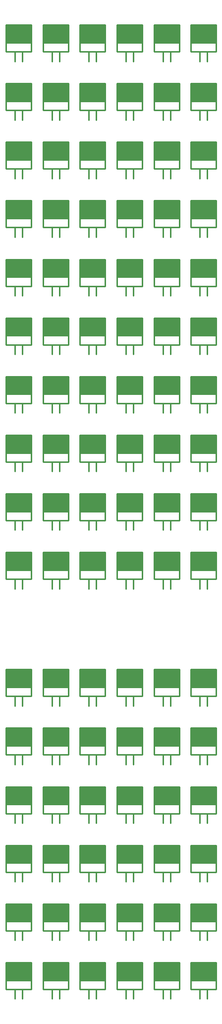
<source format=gto>
G04*
G04 #@! TF.GenerationSoftware,Altium Limited,Altium Designer,24.3.1 (35)*
G04*
G04 Layer_Color=65535*
%FSLAX44Y44*%
%MOMM*%
G71*
G04*
G04 #@! TF.SameCoordinates,1BDE854F-DA14-4799-BA7A-88DB7AD7D6F1*
G04*
G04*
G04 #@! TF.FilePolarity,Positive*
G04*
G01*
G75*
%ADD12C,0.2540*%
%ADD13R,4.3180X3.1750*%
D12*
X27940Y415010D02*
Y431520D01*
X15240Y415010D02*
Y431520D01*
X0D02*
Y477240D01*
X43180Y431520D02*
Y477240D01*
X0D02*
X43180D01*
X0Y431520D02*
X43180D01*
X27940Y115010D02*
Y131520D01*
X15240Y115010D02*
Y131520D01*
X0D02*
Y177240D01*
X43180Y131520D02*
Y177240D01*
X0D02*
X43180D01*
X0Y131520D02*
X43180D01*
X27940Y215010D02*
Y231520D01*
X15240Y215010D02*
Y231520D01*
X0D02*
Y277240D01*
X43180Y231520D02*
Y277240D01*
X0D02*
X43180D01*
X0Y231520D02*
X43180D01*
X27940Y315010D02*
Y331520D01*
X15240Y315010D02*
Y331520D01*
X0D02*
Y377240D01*
X43180Y331520D02*
Y377240D01*
X0D02*
X43180D01*
X0Y331520D02*
X43180D01*
X27940Y715010D02*
Y731520D01*
X15240Y715010D02*
Y731520D01*
X0D02*
Y777240D01*
X43180Y731520D02*
Y777240D01*
X0D02*
X43180D01*
X0Y731520D02*
X43180D01*
X27940Y515010D02*
Y531520D01*
X15240Y515010D02*
Y531520D01*
X0D02*
Y577240D01*
X43180Y531520D02*
Y577240D01*
X0D02*
X43180D01*
X0Y531520D02*
X43180D01*
X27940Y1615010D02*
Y1631520D01*
X15240Y1615010D02*
Y1631520D01*
X0D02*
Y1677240D01*
X43180Y1631520D02*
Y1677240D01*
X0D02*
X43180D01*
X0Y1631520D02*
X43180D01*
X27940Y1315010D02*
Y1331520D01*
X15240Y1315010D02*
Y1331520D01*
X0D02*
Y1377240D01*
X43180Y1331520D02*
Y1377240D01*
X0D02*
X43180D01*
X0Y1331520D02*
X43180D01*
X27940Y815010D02*
Y831520D01*
X15240Y815010D02*
Y831520D01*
X0D02*
Y877240D01*
X43180Y831520D02*
Y877240D01*
X0D02*
X43180D01*
X0Y831520D02*
X43180D01*
X27940Y1015010D02*
Y1031520D01*
X15240Y1015010D02*
Y1031520D01*
X0D02*
Y1077240D01*
X43180Y1031520D02*
Y1077240D01*
X0D02*
X43180D01*
X0Y1031520D02*
X43180D01*
X27940Y1215010D02*
Y1231520D01*
X15240Y1215010D02*
Y1231520D01*
X0D02*
Y1277240D01*
X43180Y1231520D02*
Y1277240D01*
X0D02*
X43180D01*
X0Y1231520D02*
X43180D01*
X27940Y1415010D02*
Y1431520D01*
X15240Y1415010D02*
Y1431520D01*
X0D02*
Y1477240D01*
X43180Y1431520D02*
Y1477240D01*
X0D02*
X43180D01*
X0Y1431520D02*
X43180D01*
X27940Y1515010D02*
Y1531520D01*
X15240Y1515010D02*
Y1531520D01*
X0D02*
Y1577240D01*
X43180Y1531520D02*
Y1577240D01*
X0D02*
X43180D01*
X0Y1531520D02*
X43180D01*
X27940Y1115010D02*
Y1131520D01*
X15240Y1115010D02*
Y1131520D01*
X0D02*
Y1177240D01*
X43180Y1131520D02*
Y1177240D01*
X0D02*
X43180D01*
X0Y1131520D02*
X43180D01*
X27940Y915010D02*
Y931520D01*
X15240Y915010D02*
Y931520D01*
X0D02*
Y977240D01*
X43180Y931520D02*
Y977240D01*
X0D02*
X43180D01*
X0Y931520D02*
X43180D01*
X0Y31520D02*
X43180D01*
X0Y77240D02*
X43180D01*
Y31520D02*
Y77240D01*
X0Y31520D02*
Y77240D01*
X15240Y15010D02*
Y31520D01*
X27940Y15010D02*
Y31520D01*
X91120Y415010D02*
Y431520D01*
X78420Y415010D02*
Y431520D01*
X63180D02*
Y477240D01*
X106360Y431520D02*
Y477240D01*
X63180D02*
X106360D01*
X63180Y431520D02*
X106360D01*
X91120Y115010D02*
Y131520D01*
X78420Y115010D02*
Y131520D01*
X63180D02*
Y177240D01*
X106360Y131520D02*
Y177240D01*
X63180D02*
X106360D01*
X63180Y131520D02*
X106360D01*
X91120Y215010D02*
Y231520D01*
X78420Y215010D02*
Y231520D01*
X63180D02*
Y277240D01*
X106360Y231520D02*
Y277240D01*
X63180D02*
X106360D01*
X63180Y231520D02*
X106360D01*
X91120Y315010D02*
Y331520D01*
X78420Y315010D02*
Y331520D01*
X63180D02*
Y377240D01*
X106360Y331520D02*
Y377240D01*
X63180D02*
X106360D01*
X63180Y331520D02*
X106360D01*
X91120Y715010D02*
Y731520D01*
X78420Y715010D02*
Y731520D01*
X63180D02*
Y777240D01*
X106360Y731520D02*
Y777240D01*
X63180D02*
X106360D01*
X63180Y731520D02*
X106360D01*
X91120Y515010D02*
Y531520D01*
X78420Y515010D02*
Y531520D01*
X63180D02*
Y577240D01*
X106360Y531520D02*
Y577240D01*
X63180D02*
X106360D01*
X63180Y531520D02*
X106360D01*
X91120Y1615010D02*
Y1631520D01*
X78420Y1615010D02*
Y1631520D01*
X63180D02*
Y1677240D01*
X106360Y1631520D02*
Y1677240D01*
X63180D02*
X106360D01*
X63180Y1631520D02*
X106360D01*
X91120Y1315010D02*
Y1331520D01*
X78420Y1315010D02*
Y1331520D01*
X63180D02*
Y1377240D01*
X106360Y1331520D02*
Y1377240D01*
X63180D02*
X106360D01*
X63180Y1331520D02*
X106360D01*
X91120Y815010D02*
Y831520D01*
X78420Y815010D02*
Y831520D01*
X63180D02*
Y877240D01*
X106360Y831520D02*
Y877240D01*
X63180D02*
X106360D01*
X63180Y831520D02*
X106360D01*
X91120Y1015010D02*
Y1031520D01*
X78420Y1015010D02*
Y1031520D01*
X63180D02*
Y1077240D01*
X106360Y1031520D02*
Y1077240D01*
X63180D02*
X106360D01*
X63180Y1031520D02*
X106360D01*
X91120Y1215010D02*
Y1231520D01*
X78420Y1215010D02*
Y1231520D01*
X63180D02*
Y1277240D01*
X106360Y1231520D02*
Y1277240D01*
X63180D02*
X106360D01*
X63180Y1231520D02*
X106360D01*
X91120Y1415010D02*
Y1431520D01*
X78420Y1415010D02*
Y1431520D01*
X63180D02*
Y1477240D01*
X106360Y1431520D02*
Y1477240D01*
X63180D02*
X106360D01*
X63180Y1431520D02*
X106360D01*
X91120Y1515010D02*
Y1531520D01*
X78420Y1515010D02*
Y1531520D01*
X63180D02*
Y1577240D01*
X106360Y1531520D02*
Y1577240D01*
X63180D02*
X106360D01*
X63180Y1531520D02*
X106360D01*
X91120Y1115010D02*
Y1131520D01*
X78420Y1115010D02*
Y1131520D01*
X63180D02*
Y1177240D01*
X106360Y1131520D02*
Y1177240D01*
X63180D02*
X106360D01*
X63180Y1131520D02*
X106360D01*
X91120Y915010D02*
Y931520D01*
X78420Y915010D02*
Y931520D01*
X63180D02*
Y977240D01*
X106360Y931520D02*
Y977240D01*
X63180D02*
X106360D01*
X63180Y931520D02*
X106360D01*
X63180Y31520D02*
X106360D01*
X63180Y77240D02*
X106360D01*
Y31520D02*
Y77240D01*
X63180Y31520D02*
Y77240D01*
X78420Y15010D02*
Y31520D01*
X91120Y15010D02*
Y31520D01*
X154300Y415010D02*
Y431520D01*
X141600Y415010D02*
Y431520D01*
X126360D02*
Y477240D01*
X169540Y431520D02*
Y477240D01*
X126360D02*
X169540D01*
X126360Y431520D02*
X169540D01*
X154300Y115010D02*
Y131520D01*
X141600Y115010D02*
Y131520D01*
X126360D02*
Y177240D01*
X169540Y131520D02*
Y177240D01*
X126360D02*
X169540D01*
X126360Y131520D02*
X169540D01*
X154300Y215010D02*
Y231520D01*
X141600Y215010D02*
Y231520D01*
X126360D02*
Y277240D01*
X169540Y231520D02*
Y277240D01*
X126360D02*
X169540D01*
X126360Y231520D02*
X169540D01*
X154300Y315010D02*
Y331520D01*
X141600Y315010D02*
Y331520D01*
X126360D02*
Y377240D01*
X169540Y331520D02*
Y377240D01*
X126360D02*
X169540D01*
X126360Y331520D02*
X169540D01*
X154300Y715010D02*
Y731520D01*
X141600Y715010D02*
Y731520D01*
X126360D02*
Y777240D01*
X169540Y731520D02*
Y777240D01*
X126360D02*
X169540D01*
X126360Y731520D02*
X169540D01*
X154300Y515010D02*
Y531520D01*
X141600Y515010D02*
Y531520D01*
X126360D02*
Y577240D01*
X169540Y531520D02*
Y577240D01*
X126360D02*
X169540D01*
X126360Y531520D02*
X169540D01*
X154300Y1615010D02*
Y1631520D01*
X141600Y1615010D02*
Y1631520D01*
X126360D02*
Y1677240D01*
X169540Y1631520D02*
Y1677240D01*
X126360D02*
X169540D01*
X126360Y1631520D02*
X169540D01*
X154300Y1315010D02*
Y1331520D01*
X141600Y1315010D02*
Y1331520D01*
X126360D02*
Y1377240D01*
X169540Y1331520D02*
Y1377240D01*
X126360D02*
X169540D01*
X126360Y1331520D02*
X169540D01*
X154300Y815010D02*
Y831520D01*
X141600Y815010D02*
Y831520D01*
X126360D02*
Y877240D01*
X169540Y831520D02*
Y877240D01*
X126360D02*
X169540D01*
X126360Y831520D02*
X169540D01*
X154300Y1015010D02*
Y1031520D01*
X141600Y1015010D02*
Y1031520D01*
X126360D02*
Y1077240D01*
X169540Y1031520D02*
Y1077240D01*
X126360D02*
X169540D01*
X126360Y1031520D02*
X169540D01*
X154300Y1215010D02*
Y1231520D01*
X141600Y1215010D02*
Y1231520D01*
X126360D02*
Y1277240D01*
X169540Y1231520D02*
Y1277240D01*
X126360D02*
X169540D01*
X126360Y1231520D02*
X169540D01*
X154300Y1415010D02*
Y1431520D01*
X141600Y1415010D02*
Y1431520D01*
X126360D02*
Y1477240D01*
X169540Y1431520D02*
Y1477240D01*
X126360D02*
X169540D01*
X126360Y1431520D02*
X169540D01*
X154300Y1515010D02*
Y1531520D01*
X141600Y1515010D02*
Y1531520D01*
X126360D02*
Y1577240D01*
X169540Y1531520D02*
Y1577240D01*
X126360D02*
X169540D01*
X126360Y1531520D02*
X169540D01*
X154300Y1115010D02*
Y1131520D01*
X141600Y1115010D02*
Y1131520D01*
X126360D02*
Y1177240D01*
X169540Y1131520D02*
Y1177240D01*
X126360D02*
X169540D01*
X126360Y1131520D02*
X169540D01*
X154300Y915010D02*
Y931520D01*
X141600Y915010D02*
Y931520D01*
X126360D02*
Y977240D01*
X169540Y931520D02*
Y977240D01*
X126360D02*
X169540D01*
X126360Y931520D02*
X169540D01*
X126360Y31520D02*
X169540D01*
X126360Y77240D02*
X169540D01*
Y31520D02*
Y77240D01*
X126360Y31520D02*
Y77240D01*
X141600Y15010D02*
Y31520D01*
X154300Y15010D02*
Y31520D01*
X217480Y415010D02*
Y431520D01*
X204780Y415010D02*
Y431520D01*
X189540D02*
Y477240D01*
X232720Y431520D02*
Y477240D01*
X189540D02*
X232720D01*
X189540Y431520D02*
X232720D01*
X217480Y115010D02*
Y131520D01*
X204780Y115010D02*
Y131520D01*
X189540D02*
Y177240D01*
X232720Y131520D02*
Y177240D01*
X189540D02*
X232720D01*
X189540Y131520D02*
X232720D01*
X217480Y215010D02*
Y231520D01*
X204780Y215010D02*
Y231520D01*
X189540D02*
Y277240D01*
X232720Y231520D02*
Y277240D01*
X189540D02*
X232720D01*
X189540Y231520D02*
X232720D01*
X217480Y315010D02*
Y331520D01*
X204780Y315010D02*
Y331520D01*
X189540D02*
Y377240D01*
X232720Y331520D02*
Y377240D01*
X189540D02*
X232720D01*
X189540Y331520D02*
X232720D01*
X217480Y715010D02*
Y731520D01*
X204780Y715010D02*
Y731520D01*
X189540D02*
Y777240D01*
X232720Y731520D02*
Y777240D01*
X189540D02*
X232720D01*
X189540Y731520D02*
X232720D01*
X217480Y515010D02*
Y531520D01*
X204780Y515010D02*
Y531520D01*
X189540D02*
Y577240D01*
X232720Y531520D02*
Y577240D01*
X189540D02*
X232720D01*
X189540Y531520D02*
X232720D01*
X217480Y1615010D02*
Y1631520D01*
X204780Y1615010D02*
Y1631520D01*
X189540D02*
Y1677240D01*
X232720Y1631520D02*
Y1677240D01*
X189540D02*
X232720D01*
X189540Y1631520D02*
X232720D01*
X217480Y1315010D02*
Y1331520D01*
X204780Y1315010D02*
Y1331520D01*
X189540D02*
Y1377240D01*
X232720Y1331520D02*
Y1377240D01*
X189540D02*
X232720D01*
X189540Y1331520D02*
X232720D01*
X217480Y815010D02*
Y831520D01*
X204780Y815010D02*
Y831520D01*
X189540D02*
Y877240D01*
X232720Y831520D02*
Y877240D01*
X189540D02*
X232720D01*
X189540Y831520D02*
X232720D01*
X217480Y1015010D02*
Y1031520D01*
X204780Y1015010D02*
Y1031520D01*
X189540D02*
Y1077240D01*
X232720Y1031520D02*
Y1077240D01*
X189540D02*
X232720D01*
X189540Y1031520D02*
X232720D01*
X217480Y1215010D02*
Y1231520D01*
X204780Y1215010D02*
Y1231520D01*
X189540D02*
Y1277240D01*
X232720Y1231520D02*
Y1277240D01*
X189540D02*
X232720D01*
X189540Y1231520D02*
X232720D01*
X217480Y1415010D02*
Y1431520D01*
X204780Y1415010D02*
Y1431520D01*
X189540D02*
Y1477240D01*
X232720Y1431520D02*
Y1477240D01*
X189540D02*
X232720D01*
X189540Y1431520D02*
X232720D01*
X217480Y1515010D02*
Y1531520D01*
X204780Y1515010D02*
Y1531520D01*
X189540D02*
Y1577240D01*
X232720Y1531520D02*
Y1577240D01*
X189540D02*
X232720D01*
X189540Y1531520D02*
X232720D01*
X217480Y1115010D02*
Y1131520D01*
X204780Y1115010D02*
Y1131520D01*
X189540D02*
Y1177240D01*
X232720Y1131520D02*
Y1177240D01*
X189540D02*
X232720D01*
X189540Y1131520D02*
X232720D01*
X217480Y915010D02*
Y931520D01*
X204780Y915010D02*
Y931520D01*
X189540D02*
Y977240D01*
X232720Y931520D02*
Y977240D01*
X189540D02*
X232720D01*
X189540Y931520D02*
X232720D01*
X189540Y31520D02*
X232720D01*
X189540Y77240D02*
X232720D01*
Y31520D02*
Y77240D01*
X189540Y31520D02*
Y77240D01*
X204780Y15010D02*
Y31520D01*
X217480Y15010D02*
Y31520D01*
X280660Y415010D02*
Y431520D01*
X267960Y415010D02*
Y431520D01*
X252720D02*
Y477240D01*
X295900Y431520D02*
Y477240D01*
X252720D02*
X295900D01*
X252720Y431520D02*
X295900D01*
X280660Y115010D02*
Y131520D01*
X267960Y115010D02*
Y131520D01*
X252720D02*
Y177240D01*
X295900Y131520D02*
Y177240D01*
X252720D02*
X295900D01*
X252720Y131520D02*
X295900D01*
X280660Y215010D02*
Y231520D01*
X267960Y215010D02*
Y231520D01*
X252720D02*
Y277240D01*
X295900Y231520D02*
Y277240D01*
X252720D02*
X295900D01*
X252720Y231520D02*
X295900D01*
X280660Y315010D02*
Y331520D01*
X267960Y315010D02*
Y331520D01*
X252720D02*
Y377240D01*
X295900Y331520D02*
Y377240D01*
X252720D02*
X295900D01*
X252720Y331520D02*
X295900D01*
X280660Y715010D02*
Y731520D01*
X267960Y715010D02*
Y731520D01*
X252720D02*
Y777240D01*
X295900Y731520D02*
Y777240D01*
X252720D02*
X295900D01*
X252720Y731520D02*
X295900D01*
X280660Y515010D02*
Y531520D01*
X267960Y515010D02*
Y531520D01*
X252720D02*
Y577240D01*
X295900Y531520D02*
Y577240D01*
X252720D02*
X295900D01*
X252720Y531520D02*
X295900D01*
X280660Y1615010D02*
Y1631520D01*
X267960Y1615010D02*
Y1631520D01*
X252720D02*
Y1677240D01*
X295900Y1631520D02*
Y1677240D01*
X252720D02*
X295900D01*
X252720Y1631520D02*
X295900D01*
X280660Y1315010D02*
Y1331520D01*
X267960Y1315010D02*
Y1331520D01*
X252720D02*
Y1377240D01*
X295900Y1331520D02*
Y1377240D01*
X252720D02*
X295900D01*
X252720Y1331520D02*
X295900D01*
X280660Y815010D02*
Y831520D01*
X267960Y815010D02*
Y831520D01*
X252720D02*
Y877240D01*
X295900Y831520D02*
Y877240D01*
X252720D02*
X295900D01*
X252720Y831520D02*
X295900D01*
X280660Y1015010D02*
Y1031520D01*
X267960Y1015010D02*
Y1031520D01*
X252720D02*
Y1077240D01*
X295900Y1031520D02*
Y1077240D01*
X252720D02*
X295900D01*
X252720Y1031520D02*
X295900D01*
X280660Y1215010D02*
Y1231520D01*
X267960Y1215010D02*
Y1231520D01*
X252720D02*
Y1277240D01*
X295900Y1231520D02*
Y1277240D01*
X252720D02*
X295900D01*
X252720Y1231520D02*
X295900D01*
X280660Y1415010D02*
Y1431520D01*
X267960Y1415010D02*
Y1431520D01*
X252720D02*
Y1477240D01*
X295900Y1431520D02*
Y1477240D01*
X252720D02*
X295900D01*
X252720Y1431520D02*
X295900D01*
X280660Y1515010D02*
Y1531520D01*
X267960Y1515010D02*
Y1531520D01*
X252720D02*
Y1577240D01*
X295900Y1531520D02*
Y1577240D01*
X252720D02*
X295900D01*
X252720Y1531520D02*
X295900D01*
X280660Y1115010D02*
Y1131520D01*
X267960Y1115010D02*
Y1131520D01*
X252720D02*
Y1177240D01*
X295900Y1131520D02*
Y1177240D01*
X252720D02*
X295900D01*
X252720Y1131520D02*
X295900D01*
X280660Y915010D02*
Y931520D01*
X267960Y915010D02*
Y931520D01*
X252720D02*
Y977240D01*
X295900Y931520D02*
Y977240D01*
X252720D02*
X295900D01*
X252720Y931520D02*
X295900D01*
X252720Y31520D02*
X295900D01*
X252720Y77240D02*
X295900D01*
Y31520D02*
Y77240D01*
X252720Y31520D02*
Y77240D01*
X267960Y15010D02*
Y31520D01*
X280660Y15010D02*
Y31520D01*
X343840Y415010D02*
Y431520D01*
X331140Y415010D02*
Y431520D01*
X315900D02*
Y477240D01*
X359080Y431520D02*
Y477240D01*
X315900D02*
X359080D01*
X315900Y431520D02*
X359080D01*
X343840Y115010D02*
Y131520D01*
X331140Y115010D02*
Y131520D01*
X315900D02*
Y177240D01*
X359080Y131520D02*
Y177240D01*
X315900D02*
X359080D01*
X315900Y131520D02*
X359080D01*
X343840Y215010D02*
Y231520D01*
X331140Y215010D02*
Y231520D01*
X315900D02*
Y277240D01*
X359080Y231520D02*
Y277240D01*
X315900D02*
X359080D01*
X315900Y231520D02*
X359080D01*
X343840Y315010D02*
Y331520D01*
X331140Y315010D02*
Y331520D01*
X315900D02*
Y377240D01*
X359080Y331520D02*
Y377240D01*
X315900D02*
X359080D01*
X315900Y331520D02*
X359080D01*
X343840Y715010D02*
Y731520D01*
X331140Y715010D02*
Y731520D01*
X315900D02*
Y777240D01*
X359080Y731520D02*
Y777240D01*
X315900D02*
X359080D01*
X315900Y731520D02*
X359080D01*
X343840Y515010D02*
Y531520D01*
X331140Y515010D02*
Y531520D01*
X315900D02*
Y577240D01*
X359080Y531520D02*
Y577240D01*
X315900D02*
X359080D01*
X315900Y531520D02*
X359080D01*
X343840Y1615010D02*
Y1631520D01*
X331140Y1615010D02*
Y1631520D01*
X315900D02*
Y1677240D01*
X359080Y1631520D02*
Y1677240D01*
X315900D02*
X359080D01*
X315900Y1631520D02*
X359080D01*
X343840Y1315010D02*
Y1331520D01*
X331140Y1315010D02*
Y1331520D01*
X315900D02*
Y1377240D01*
X359080Y1331520D02*
Y1377240D01*
X315900D02*
X359080D01*
X315900Y1331520D02*
X359080D01*
X343840Y815010D02*
Y831520D01*
X331140Y815010D02*
Y831520D01*
X315900D02*
Y877240D01*
X359080Y831520D02*
Y877240D01*
X315900D02*
X359080D01*
X315900Y831520D02*
X359080D01*
X343840Y1015010D02*
Y1031520D01*
X331140Y1015010D02*
Y1031520D01*
X315900D02*
Y1077240D01*
X359080Y1031520D02*
Y1077240D01*
X315900D02*
X359080D01*
X315900Y1031520D02*
X359080D01*
X343840Y1215010D02*
Y1231520D01*
X331140Y1215010D02*
Y1231520D01*
X315900D02*
Y1277240D01*
X359080Y1231520D02*
Y1277240D01*
X315900D02*
X359080D01*
X315900Y1231520D02*
X359080D01*
X343840Y1415010D02*
Y1431520D01*
X331140Y1415010D02*
Y1431520D01*
X315900D02*
Y1477240D01*
X359080Y1431520D02*
Y1477240D01*
X315900D02*
X359080D01*
X315900Y1431520D02*
X359080D01*
X343840Y1515010D02*
Y1531520D01*
X331140Y1515010D02*
Y1531520D01*
X315900D02*
Y1577240D01*
X359080Y1531520D02*
Y1577240D01*
X315900D02*
X359080D01*
X315900Y1531520D02*
X359080D01*
X343840Y1115010D02*
Y1131520D01*
X331140Y1115010D02*
Y1131520D01*
X315900D02*
Y1177240D01*
X359080Y1131520D02*
Y1177240D01*
X315900D02*
X359080D01*
X315900Y1131520D02*
X359080D01*
X343840Y915010D02*
Y931520D01*
X331140Y915010D02*
Y931520D01*
X315900D02*
Y977240D01*
X359080Y931520D02*
Y977240D01*
X315900D02*
X359080D01*
X315900Y931520D02*
X359080D01*
X315900Y31520D02*
X359080D01*
X315900Y77240D02*
X359080D01*
Y31520D02*
Y77240D01*
X315900Y31520D02*
Y77240D01*
X331140Y15010D02*
Y31520D01*
X343840Y15010D02*
Y31520D01*
D13*
X21590Y461365D02*
D03*
Y161365D02*
D03*
Y261365D02*
D03*
Y361365D02*
D03*
Y761365D02*
D03*
Y561365D02*
D03*
Y1661365D02*
D03*
Y1361365D02*
D03*
Y861365D02*
D03*
Y1061365D02*
D03*
Y1261365D02*
D03*
Y1461365D02*
D03*
Y1561365D02*
D03*
Y1161365D02*
D03*
Y961365D02*
D03*
Y61365D02*
D03*
X84770Y461365D02*
D03*
Y161365D02*
D03*
Y261365D02*
D03*
Y361365D02*
D03*
Y761365D02*
D03*
Y561365D02*
D03*
Y1661365D02*
D03*
Y1361365D02*
D03*
Y861365D02*
D03*
Y1061365D02*
D03*
Y1261365D02*
D03*
Y1461365D02*
D03*
Y1561365D02*
D03*
Y1161365D02*
D03*
Y961365D02*
D03*
Y61365D02*
D03*
X147950Y461365D02*
D03*
Y161365D02*
D03*
Y261365D02*
D03*
Y361365D02*
D03*
Y761365D02*
D03*
Y561365D02*
D03*
Y1661365D02*
D03*
Y1361365D02*
D03*
Y861365D02*
D03*
Y1061365D02*
D03*
Y1261365D02*
D03*
Y1461365D02*
D03*
Y1561365D02*
D03*
Y1161365D02*
D03*
Y961365D02*
D03*
Y61365D02*
D03*
X211130Y461365D02*
D03*
Y161365D02*
D03*
Y261365D02*
D03*
Y361365D02*
D03*
Y761365D02*
D03*
Y561365D02*
D03*
Y1661365D02*
D03*
Y1361365D02*
D03*
Y861365D02*
D03*
Y1061365D02*
D03*
Y1261365D02*
D03*
Y1461365D02*
D03*
Y1561365D02*
D03*
Y1161365D02*
D03*
Y961365D02*
D03*
Y61365D02*
D03*
X274310Y461365D02*
D03*
Y161365D02*
D03*
Y261365D02*
D03*
Y361365D02*
D03*
Y761365D02*
D03*
Y561365D02*
D03*
Y1661365D02*
D03*
Y1361365D02*
D03*
Y861365D02*
D03*
Y1061365D02*
D03*
Y1261365D02*
D03*
Y1461365D02*
D03*
Y1561365D02*
D03*
Y1161365D02*
D03*
Y961365D02*
D03*
Y61365D02*
D03*
X337490Y461365D02*
D03*
Y161365D02*
D03*
Y261365D02*
D03*
Y361365D02*
D03*
Y761365D02*
D03*
Y561365D02*
D03*
Y1661365D02*
D03*
Y1361365D02*
D03*
Y861365D02*
D03*
Y1061365D02*
D03*
Y1261365D02*
D03*
Y1461365D02*
D03*
Y1561365D02*
D03*
Y1161365D02*
D03*
Y961365D02*
D03*
Y61365D02*
D03*
M02*

</source>
